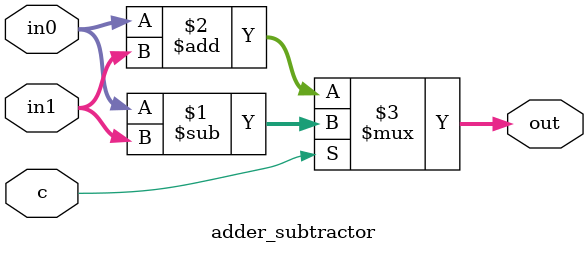
<source format=v>
module adder_subtractor #(
        parameter WIDTH = 32
    )(
        input  wire c,
        input  wire [WIDTH-1:0] in0,
        input  wire [WIDTH-1:0] in1,
        output wire [WIDTH-1:0] out
    );
    assign out = (c) ? ($signed(in0) - $signed(in1)) : ($signed(in0) + $signed(in1));

endmodule
</source>
